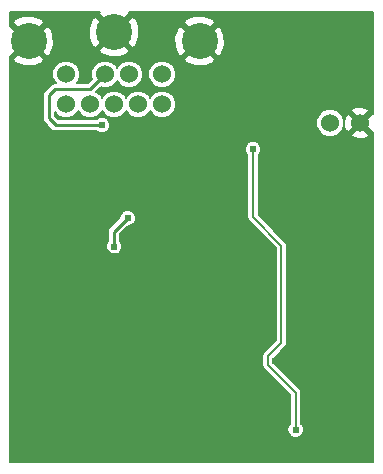
<source format=gbl>
G04 #@! TF.FileFunction,Copper,L2,Bot,Signal*
%FSLAX46Y46*%
G04 Gerber Fmt 4.6, Leading zero omitted, Abs format (unit mm)*
G04 Created by KiCad (PCBNEW 4.0.2+dfsg1-stable) date Tue 07 Aug 2018 11:45:59 AM EDT*
%MOMM*%
G01*
G04 APERTURE LIST*
%ADD10C,0.100000*%
%ADD11C,1.524000*%
%ADD12C,3.048000*%
%ADD13C,0.609600*%
%ADD14C,0.254000*%
%ADD15C,0.177800*%
G04 APERTURE END LIST*
D10*
D11*
X155321000Y-88201500D03*
X152781000Y-88201500D03*
X134493000Y-86614000D03*
X132461000Y-86614000D03*
X130429000Y-86614000D03*
X136525000Y-86614000D03*
X138557000Y-86614000D03*
X138557000Y-84074000D03*
X130429000Y-84074000D03*
X135763000Y-84074000D03*
X133731000Y-84074000D03*
D12*
X134493000Y-80518000D03*
X127254000Y-81280000D03*
X141732000Y-81280000D03*
D13*
X126619000Y-109474000D03*
X137223500Y-99314000D03*
X155384500Y-108331000D03*
X153543000Y-108331000D03*
X151765000Y-108331000D03*
X149860000Y-108331000D03*
X148082000Y-108331000D03*
X145288000Y-93472000D03*
X145288000Y-97980500D03*
X135318500Y-95186500D03*
X155575000Y-94488000D03*
X146558000Y-99060000D03*
X153035000Y-97028000D03*
X148590000Y-97028000D03*
X127254000Y-103124000D03*
X127254000Y-100330000D03*
X131660000Y-99021000D03*
X128524000Y-101727000D03*
X133477000Y-88392000D03*
X134484199Y-98679000D03*
X135636000Y-96266000D03*
X149860000Y-114173000D03*
X146240500Y-90424000D03*
D14*
X154495500Y-108331000D02*
X155384500Y-108331000D01*
X153543000Y-108331000D02*
X154495500Y-108331000D01*
X152654000Y-108331000D02*
X153543000Y-108331000D01*
X152196052Y-108331000D02*
X152654000Y-108331000D01*
X150812500Y-108331000D02*
X151765000Y-108331000D01*
X149860000Y-108331000D02*
X150812500Y-108331000D01*
X131660000Y-99021000D02*
X133923989Y-99021000D01*
X133923989Y-99021000D02*
X134216989Y-99314000D01*
X134216989Y-99314000D02*
X137223500Y-99314000D01*
X151765000Y-108331000D02*
X152196052Y-108331000D01*
X148082000Y-108331000D02*
X149860000Y-108331000D01*
X145288000Y-97980500D02*
X145288000Y-93472000D01*
X153339799Y-96723201D02*
X155575000Y-94488000D01*
X153035000Y-97028000D02*
X153339799Y-96723201D01*
X148590000Y-97028000D02*
X153035000Y-97028000D01*
X128524000Y-101727000D02*
X131230000Y-99021000D01*
X131230000Y-99021000D02*
X131660000Y-99021000D01*
X133477000Y-88392000D02*
X129540000Y-88392000D01*
X129540000Y-88392000D02*
X128968500Y-87820500D01*
X128968500Y-87820500D02*
X128968500Y-85852000D01*
X128968500Y-85852000D02*
X129476500Y-85344000D01*
X129476500Y-85344000D02*
X132461000Y-85344000D01*
X132461000Y-85344000D02*
X133731000Y-84074000D01*
X135636000Y-96266000D02*
X134484199Y-97417801D01*
X134484199Y-97417801D02*
X134484199Y-98679000D01*
D15*
X146240500Y-90424000D02*
X146240500Y-93726000D01*
X146240500Y-93726000D02*
X146240500Y-95186500D01*
X148653500Y-98615500D02*
X146240500Y-96202500D01*
X146240500Y-96202500D02*
X146240500Y-93726000D01*
X148653500Y-106807000D02*
X148653500Y-98615500D01*
X147510499Y-107950001D02*
X148653500Y-106807000D01*
X149860000Y-111061500D02*
X147510499Y-108711999D01*
X147510499Y-108711999D02*
X147510499Y-107950001D01*
X149860000Y-114173000D02*
X149860000Y-111061500D01*
G36*
X133190972Y-78982486D02*
X134493000Y-80284513D01*
X135795028Y-78982486D01*
X135710549Y-78828900D01*
X156375100Y-78828900D01*
X156375100Y-87475226D01*
X156304107Y-87451880D01*
X155554487Y-88201500D01*
X156304107Y-88951120D01*
X156375100Y-88927774D01*
X156375100Y-116878100D01*
X125691900Y-116878100D01*
X125691900Y-98817331D01*
X133785578Y-98817331D01*
X133891695Y-99074151D01*
X134088014Y-99270814D01*
X134344649Y-99377378D01*
X134622530Y-99377621D01*
X134879350Y-99271504D01*
X135076013Y-99075185D01*
X135182577Y-98818550D01*
X135182820Y-98540669D01*
X135076703Y-98283849D01*
X135004899Y-98211919D01*
X135004899Y-97633483D01*
X135673848Y-96964533D01*
X135774331Y-96964621D01*
X136031151Y-96858504D01*
X136227814Y-96662185D01*
X136334378Y-96405550D01*
X136334621Y-96127669D01*
X136228504Y-95870849D01*
X136032185Y-95674186D01*
X135775550Y-95567622D01*
X135497669Y-95567379D01*
X135240849Y-95673496D01*
X135044186Y-95869815D01*
X134937622Y-96126450D01*
X134937533Y-96228086D01*
X134116008Y-97049610D01*
X134003135Y-97218538D01*
X133963498Y-97417801D01*
X133963499Y-97417806D01*
X133963499Y-98211825D01*
X133892385Y-98282815D01*
X133785821Y-98539450D01*
X133785578Y-98817331D01*
X125691900Y-98817331D01*
X125691900Y-90562331D01*
X145541879Y-90562331D01*
X145647996Y-90819151D01*
X145757900Y-90929248D01*
X145757900Y-96202500D01*
X145794636Y-96387183D01*
X145899250Y-96543750D01*
X148170900Y-98815400D01*
X148170900Y-106607101D01*
X147169249Y-107608751D01*
X147064635Y-107765318D01*
X147027899Y-107950001D01*
X147027899Y-108711999D01*
X147064635Y-108896682D01*
X147169249Y-109053249D01*
X149377400Y-111261400D01*
X149377400Y-113667792D01*
X149268186Y-113776815D01*
X149161622Y-114033450D01*
X149161379Y-114311331D01*
X149267496Y-114568151D01*
X149463815Y-114764814D01*
X149720450Y-114871378D01*
X149998331Y-114871621D01*
X150255151Y-114765504D01*
X150451814Y-114569185D01*
X150558378Y-114312550D01*
X150558621Y-114034669D01*
X150452504Y-113777849D01*
X150342600Y-113667752D01*
X150342600Y-111061500D01*
X150305864Y-110876817D01*
X150201250Y-110720250D01*
X147993099Y-108512099D01*
X147993099Y-108149901D01*
X148994747Y-107148252D01*
X148994750Y-107148250D01*
X149099364Y-106991683D01*
X149136101Y-106807000D01*
X149136100Y-106806995D01*
X149136100Y-98615500D01*
X149099364Y-98430817D01*
X148994750Y-98274250D01*
X146723100Y-96002600D01*
X146723100Y-90929208D01*
X146832314Y-90820185D01*
X146938878Y-90563550D01*
X146939121Y-90285669D01*
X146833004Y-90028849D01*
X146636685Y-89832186D01*
X146380050Y-89725622D01*
X146102169Y-89725379D01*
X145845349Y-89831496D01*
X145648686Y-90027815D01*
X145542122Y-90284450D01*
X145541879Y-90562331D01*
X125691900Y-90562331D01*
X125691900Y-85852000D01*
X128447799Y-85852000D01*
X128447800Y-85852005D01*
X128447800Y-87820495D01*
X128447799Y-87820500D01*
X128487436Y-88019763D01*
X128600309Y-88188691D01*
X129171807Y-88760188D01*
X129171809Y-88760191D01*
X129314145Y-88855296D01*
X129340737Y-88873064D01*
X129540000Y-88912701D01*
X129540005Y-88912700D01*
X133009825Y-88912700D01*
X133080815Y-88983814D01*
X133337450Y-89090378D01*
X133615331Y-89090621D01*
X133872151Y-88984504D01*
X134068814Y-88788185D01*
X134175378Y-88531550D01*
X134175466Y-88430374D01*
X151625099Y-88430374D01*
X151800674Y-88855296D01*
X152125494Y-89180684D01*
X152550108Y-89356999D01*
X153009874Y-89357401D01*
X153428065Y-89184607D01*
X154571380Y-89184607D01*
X154645982Y-89411467D01*
X155160399Y-89577683D01*
X155699267Y-89534386D01*
X155996018Y-89411467D01*
X156070620Y-89184607D01*
X155321000Y-88434987D01*
X154571380Y-89184607D01*
X153428065Y-89184607D01*
X153434796Y-89181826D01*
X153760184Y-88857006D01*
X153936499Y-88432392D01*
X153936841Y-88040899D01*
X153944817Y-88040899D01*
X153988114Y-88579767D01*
X154111033Y-88876518D01*
X154337893Y-88951120D01*
X155087513Y-88201500D01*
X154337893Y-87451880D01*
X154111033Y-87526482D01*
X153944817Y-88040899D01*
X153936841Y-88040899D01*
X153936901Y-87972626D01*
X153761326Y-87547704D01*
X153436506Y-87222316D01*
X153427059Y-87218393D01*
X154571380Y-87218393D01*
X155321000Y-87968013D01*
X156070620Y-87218393D01*
X155996018Y-86991533D01*
X155481601Y-86825317D01*
X154942733Y-86868614D01*
X154645982Y-86991533D01*
X154571380Y-87218393D01*
X153427059Y-87218393D01*
X153011892Y-87046001D01*
X152552126Y-87045599D01*
X152127204Y-87221174D01*
X151801816Y-87545994D01*
X151625501Y-87970608D01*
X151625099Y-88430374D01*
X134175466Y-88430374D01*
X134175621Y-88253669D01*
X134069504Y-87996849D01*
X133873185Y-87800186D01*
X133616550Y-87693622D01*
X133338669Y-87693379D01*
X133081849Y-87799496D01*
X133009919Y-87871300D01*
X129755681Y-87871300D01*
X129489200Y-87604818D01*
X129489200Y-87308393D01*
X129773494Y-87593184D01*
X130198108Y-87769499D01*
X130657874Y-87769901D01*
X131082796Y-87594326D01*
X131408184Y-87269506D01*
X131444873Y-87181150D01*
X131480674Y-87267796D01*
X131805494Y-87593184D01*
X132230108Y-87769499D01*
X132689874Y-87769901D01*
X133114796Y-87594326D01*
X133440184Y-87269506D01*
X133476873Y-87181150D01*
X133512674Y-87267796D01*
X133837494Y-87593184D01*
X134262108Y-87769499D01*
X134721874Y-87769901D01*
X135146796Y-87594326D01*
X135472184Y-87269506D01*
X135508873Y-87181150D01*
X135544674Y-87267796D01*
X135869494Y-87593184D01*
X136294108Y-87769499D01*
X136753874Y-87769901D01*
X137178796Y-87594326D01*
X137504184Y-87269506D01*
X137540873Y-87181150D01*
X137576674Y-87267796D01*
X137901494Y-87593184D01*
X138326108Y-87769499D01*
X138785874Y-87769901D01*
X139210796Y-87594326D01*
X139536184Y-87269506D01*
X139712499Y-86844892D01*
X139712901Y-86385126D01*
X139537326Y-85960204D01*
X139212506Y-85634816D01*
X138787892Y-85458501D01*
X138328126Y-85458099D01*
X137903204Y-85633674D01*
X137577816Y-85958494D01*
X137541127Y-86046850D01*
X137505326Y-85960204D01*
X137180506Y-85634816D01*
X136755892Y-85458501D01*
X136296126Y-85458099D01*
X135871204Y-85633674D01*
X135545816Y-85958494D01*
X135509127Y-86046850D01*
X135473326Y-85960204D01*
X135148506Y-85634816D01*
X134723892Y-85458501D01*
X134264126Y-85458099D01*
X133839204Y-85633674D01*
X133513816Y-85958494D01*
X133477127Y-86046850D01*
X133441326Y-85960204D01*
X133116506Y-85634816D01*
X132968163Y-85573219D01*
X133367109Y-85174273D01*
X133500108Y-85229499D01*
X133959874Y-85229901D01*
X134384796Y-85054326D01*
X134710184Y-84729506D01*
X134746873Y-84641150D01*
X134782674Y-84727796D01*
X135107494Y-85053184D01*
X135532108Y-85229499D01*
X135991874Y-85229901D01*
X136416796Y-85054326D01*
X136742184Y-84729506D01*
X136918499Y-84304892D01*
X136918500Y-84302874D01*
X137401099Y-84302874D01*
X137576674Y-84727796D01*
X137901494Y-85053184D01*
X138326108Y-85229499D01*
X138785874Y-85229901D01*
X139210796Y-85054326D01*
X139536184Y-84729506D01*
X139712499Y-84304892D01*
X139712901Y-83845126D01*
X139537326Y-83420204D01*
X139212506Y-83094816D01*
X138787892Y-82918501D01*
X138328126Y-82918099D01*
X137903204Y-83093674D01*
X137577816Y-83418494D01*
X137401501Y-83843108D01*
X137401099Y-84302874D01*
X136918500Y-84302874D01*
X136918901Y-83845126D01*
X136743326Y-83420204D01*
X136418506Y-83094816D01*
X135993892Y-82918501D01*
X135534126Y-82918099D01*
X135109204Y-83093674D01*
X134783816Y-83418494D01*
X134747127Y-83506850D01*
X134711326Y-83420204D01*
X134386506Y-83094816D01*
X133961892Y-82918501D01*
X133502126Y-82918099D01*
X133077204Y-83093674D01*
X132751816Y-83418494D01*
X132575501Y-83843108D01*
X132575099Y-84302874D01*
X132630840Y-84437778D01*
X132245318Y-84823300D01*
X131314226Y-84823300D01*
X131408184Y-84729506D01*
X131584499Y-84304892D01*
X131584901Y-83845126D01*
X131409326Y-83420204D01*
X131084506Y-83094816D01*
X130659892Y-82918501D01*
X130200126Y-82918099D01*
X129775204Y-83093674D01*
X129449816Y-83418494D01*
X129273501Y-83843108D01*
X129273099Y-84302874D01*
X129448674Y-84727796D01*
X129544011Y-84823300D01*
X129476500Y-84823300D01*
X129277237Y-84862936D01*
X129108309Y-84975809D01*
X129108307Y-84975812D01*
X128600309Y-85483809D01*
X128487436Y-85652737D01*
X128447799Y-85852000D01*
X125691900Y-85852000D01*
X125691900Y-82815514D01*
X125951972Y-82815514D01*
X126120222Y-83121397D01*
X126911198Y-83415107D01*
X127754362Y-83383766D01*
X128387778Y-83121397D01*
X128556028Y-82815514D01*
X140429972Y-82815514D01*
X140598222Y-83121397D01*
X141389198Y-83415107D01*
X142232362Y-83383766D01*
X142865778Y-83121397D01*
X143034028Y-82815514D01*
X141732000Y-81513487D01*
X140429972Y-82815514D01*
X128556028Y-82815514D01*
X127254000Y-81513487D01*
X125951972Y-82815514D01*
X125691900Y-82815514D01*
X125691900Y-82567405D01*
X125718486Y-82582028D01*
X127020513Y-81280000D01*
X127487487Y-81280000D01*
X128789514Y-82582028D01*
X129095397Y-82413778D01*
X129229172Y-82053514D01*
X133190972Y-82053514D01*
X133359222Y-82359397D01*
X134150198Y-82653107D01*
X134993362Y-82621766D01*
X135626778Y-82359397D01*
X135795028Y-82053514D01*
X134493000Y-80751487D01*
X133190972Y-82053514D01*
X129229172Y-82053514D01*
X129389107Y-81622802D01*
X129357766Y-80779638D01*
X129107400Y-80175198D01*
X132357893Y-80175198D01*
X132389234Y-81018362D01*
X132651603Y-81651778D01*
X132957486Y-81820028D01*
X134259513Y-80518000D01*
X134726487Y-80518000D01*
X136028514Y-81820028D01*
X136334397Y-81651778D01*
X136599739Y-80937198D01*
X139596893Y-80937198D01*
X139628234Y-81780362D01*
X139890603Y-82413778D01*
X140196486Y-82582028D01*
X141498513Y-81280000D01*
X141965487Y-81280000D01*
X143267514Y-82582028D01*
X143573397Y-82413778D01*
X143867107Y-81622802D01*
X143835766Y-80779638D01*
X143573397Y-80146222D01*
X143267514Y-79977972D01*
X141965487Y-81280000D01*
X141498513Y-81280000D01*
X140196486Y-79977972D01*
X139890603Y-80146222D01*
X139596893Y-80937198D01*
X136599739Y-80937198D01*
X136628107Y-80860802D01*
X136596766Y-80017638D01*
X136483623Y-79744486D01*
X140429972Y-79744486D01*
X141732000Y-81046513D01*
X143034028Y-79744486D01*
X142865778Y-79438603D01*
X142074802Y-79144893D01*
X141231638Y-79176234D01*
X140598222Y-79438603D01*
X140429972Y-79744486D01*
X136483623Y-79744486D01*
X136334397Y-79384222D01*
X136028514Y-79215972D01*
X134726487Y-80518000D01*
X134259513Y-80518000D01*
X132957486Y-79215972D01*
X132651603Y-79384222D01*
X132357893Y-80175198D01*
X129107400Y-80175198D01*
X129095397Y-80146222D01*
X128789514Y-79977972D01*
X127487487Y-81280000D01*
X127020513Y-81280000D01*
X125718486Y-79977972D01*
X125691900Y-79992595D01*
X125691900Y-79744486D01*
X125951972Y-79744486D01*
X127254000Y-81046513D01*
X128556028Y-79744486D01*
X128387778Y-79438603D01*
X127596802Y-79144893D01*
X126753638Y-79176234D01*
X126120222Y-79438603D01*
X125951972Y-79744486D01*
X125691900Y-79744486D01*
X125691900Y-78828900D01*
X133275451Y-78828900D01*
X133190972Y-78982486D01*
X133190972Y-78982486D01*
G37*
X133190972Y-78982486D02*
X134493000Y-80284513D01*
X135795028Y-78982486D01*
X135710549Y-78828900D01*
X156375100Y-78828900D01*
X156375100Y-87475226D01*
X156304107Y-87451880D01*
X155554487Y-88201500D01*
X156304107Y-88951120D01*
X156375100Y-88927774D01*
X156375100Y-116878100D01*
X125691900Y-116878100D01*
X125691900Y-98817331D01*
X133785578Y-98817331D01*
X133891695Y-99074151D01*
X134088014Y-99270814D01*
X134344649Y-99377378D01*
X134622530Y-99377621D01*
X134879350Y-99271504D01*
X135076013Y-99075185D01*
X135182577Y-98818550D01*
X135182820Y-98540669D01*
X135076703Y-98283849D01*
X135004899Y-98211919D01*
X135004899Y-97633483D01*
X135673848Y-96964533D01*
X135774331Y-96964621D01*
X136031151Y-96858504D01*
X136227814Y-96662185D01*
X136334378Y-96405550D01*
X136334621Y-96127669D01*
X136228504Y-95870849D01*
X136032185Y-95674186D01*
X135775550Y-95567622D01*
X135497669Y-95567379D01*
X135240849Y-95673496D01*
X135044186Y-95869815D01*
X134937622Y-96126450D01*
X134937533Y-96228086D01*
X134116008Y-97049610D01*
X134003135Y-97218538D01*
X133963498Y-97417801D01*
X133963499Y-97417806D01*
X133963499Y-98211825D01*
X133892385Y-98282815D01*
X133785821Y-98539450D01*
X133785578Y-98817331D01*
X125691900Y-98817331D01*
X125691900Y-90562331D01*
X145541879Y-90562331D01*
X145647996Y-90819151D01*
X145757900Y-90929248D01*
X145757900Y-96202500D01*
X145794636Y-96387183D01*
X145899250Y-96543750D01*
X148170900Y-98815400D01*
X148170900Y-106607101D01*
X147169249Y-107608751D01*
X147064635Y-107765318D01*
X147027899Y-107950001D01*
X147027899Y-108711999D01*
X147064635Y-108896682D01*
X147169249Y-109053249D01*
X149377400Y-111261400D01*
X149377400Y-113667792D01*
X149268186Y-113776815D01*
X149161622Y-114033450D01*
X149161379Y-114311331D01*
X149267496Y-114568151D01*
X149463815Y-114764814D01*
X149720450Y-114871378D01*
X149998331Y-114871621D01*
X150255151Y-114765504D01*
X150451814Y-114569185D01*
X150558378Y-114312550D01*
X150558621Y-114034669D01*
X150452504Y-113777849D01*
X150342600Y-113667752D01*
X150342600Y-111061500D01*
X150305864Y-110876817D01*
X150201250Y-110720250D01*
X147993099Y-108512099D01*
X147993099Y-108149901D01*
X148994747Y-107148252D01*
X148994750Y-107148250D01*
X149099364Y-106991683D01*
X149136101Y-106807000D01*
X149136100Y-106806995D01*
X149136100Y-98615500D01*
X149099364Y-98430817D01*
X148994750Y-98274250D01*
X146723100Y-96002600D01*
X146723100Y-90929208D01*
X146832314Y-90820185D01*
X146938878Y-90563550D01*
X146939121Y-90285669D01*
X146833004Y-90028849D01*
X146636685Y-89832186D01*
X146380050Y-89725622D01*
X146102169Y-89725379D01*
X145845349Y-89831496D01*
X145648686Y-90027815D01*
X145542122Y-90284450D01*
X145541879Y-90562331D01*
X125691900Y-90562331D01*
X125691900Y-85852000D01*
X128447799Y-85852000D01*
X128447800Y-85852005D01*
X128447800Y-87820495D01*
X128447799Y-87820500D01*
X128487436Y-88019763D01*
X128600309Y-88188691D01*
X129171807Y-88760188D01*
X129171809Y-88760191D01*
X129314145Y-88855296D01*
X129340737Y-88873064D01*
X129540000Y-88912701D01*
X129540005Y-88912700D01*
X133009825Y-88912700D01*
X133080815Y-88983814D01*
X133337450Y-89090378D01*
X133615331Y-89090621D01*
X133872151Y-88984504D01*
X134068814Y-88788185D01*
X134175378Y-88531550D01*
X134175466Y-88430374D01*
X151625099Y-88430374D01*
X151800674Y-88855296D01*
X152125494Y-89180684D01*
X152550108Y-89356999D01*
X153009874Y-89357401D01*
X153428065Y-89184607D01*
X154571380Y-89184607D01*
X154645982Y-89411467D01*
X155160399Y-89577683D01*
X155699267Y-89534386D01*
X155996018Y-89411467D01*
X156070620Y-89184607D01*
X155321000Y-88434987D01*
X154571380Y-89184607D01*
X153428065Y-89184607D01*
X153434796Y-89181826D01*
X153760184Y-88857006D01*
X153936499Y-88432392D01*
X153936841Y-88040899D01*
X153944817Y-88040899D01*
X153988114Y-88579767D01*
X154111033Y-88876518D01*
X154337893Y-88951120D01*
X155087513Y-88201500D01*
X154337893Y-87451880D01*
X154111033Y-87526482D01*
X153944817Y-88040899D01*
X153936841Y-88040899D01*
X153936901Y-87972626D01*
X153761326Y-87547704D01*
X153436506Y-87222316D01*
X153427059Y-87218393D01*
X154571380Y-87218393D01*
X155321000Y-87968013D01*
X156070620Y-87218393D01*
X155996018Y-86991533D01*
X155481601Y-86825317D01*
X154942733Y-86868614D01*
X154645982Y-86991533D01*
X154571380Y-87218393D01*
X153427059Y-87218393D01*
X153011892Y-87046001D01*
X152552126Y-87045599D01*
X152127204Y-87221174D01*
X151801816Y-87545994D01*
X151625501Y-87970608D01*
X151625099Y-88430374D01*
X134175466Y-88430374D01*
X134175621Y-88253669D01*
X134069504Y-87996849D01*
X133873185Y-87800186D01*
X133616550Y-87693622D01*
X133338669Y-87693379D01*
X133081849Y-87799496D01*
X133009919Y-87871300D01*
X129755681Y-87871300D01*
X129489200Y-87604818D01*
X129489200Y-87308393D01*
X129773494Y-87593184D01*
X130198108Y-87769499D01*
X130657874Y-87769901D01*
X131082796Y-87594326D01*
X131408184Y-87269506D01*
X131444873Y-87181150D01*
X131480674Y-87267796D01*
X131805494Y-87593184D01*
X132230108Y-87769499D01*
X132689874Y-87769901D01*
X133114796Y-87594326D01*
X133440184Y-87269506D01*
X133476873Y-87181150D01*
X133512674Y-87267796D01*
X133837494Y-87593184D01*
X134262108Y-87769499D01*
X134721874Y-87769901D01*
X135146796Y-87594326D01*
X135472184Y-87269506D01*
X135508873Y-87181150D01*
X135544674Y-87267796D01*
X135869494Y-87593184D01*
X136294108Y-87769499D01*
X136753874Y-87769901D01*
X137178796Y-87594326D01*
X137504184Y-87269506D01*
X137540873Y-87181150D01*
X137576674Y-87267796D01*
X137901494Y-87593184D01*
X138326108Y-87769499D01*
X138785874Y-87769901D01*
X139210796Y-87594326D01*
X139536184Y-87269506D01*
X139712499Y-86844892D01*
X139712901Y-86385126D01*
X139537326Y-85960204D01*
X139212506Y-85634816D01*
X138787892Y-85458501D01*
X138328126Y-85458099D01*
X137903204Y-85633674D01*
X137577816Y-85958494D01*
X137541127Y-86046850D01*
X137505326Y-85960204D01*
X137180506Y-85634816D01*
X136755892Y-85458501D01*
X136296126Y-85458099D01*
X135871204Y-85633674D01*
X135545816Y-85958494D01*
X135509127Y-86046850D01*
X135473326Y-85960204D01*
X135148506Y-85634816D01*
X134723892Y-85458501D01*
X134264126Y-85458099D01*
X133839204Y-85633674D01*
X133513816Y-85958494D01*
X133477127Y-86046850D01*
X133441326Y-85960204D01*
X133116506Y-85634816D01*
X132968163Y-85573219D01*
X133367109Y-85174273D01*
X133500108Y-85229499D01*
X133959874Y-85229901D01*
X134384796Y-85054326D01*
X134710184Y-84729506D01*
X134746873Y-84641150D01*
X134782674Y-84727796D01*
X135107494Y-85053184D01*
X135532108Y-85229499D01*
X135991874Y-85229901D01*
X136416796Y-85054326D01*
X136742184Y-84729506D01*
X136918499Y-84304892D01*
X136918500Y-84302874D01*
X137401099Y-84302874D01*
X137576674Y-84727796D01*
X137901494Y-85053184D01*
X138326108Y-85229499D01*
X138785874Y-85229901D01*
X139210796Y-85054326D01*
X139536184Y-84729506D01*
X139712499Y-84304892D01*
X139712901Y-83845126D01*
X139537326Y-83420204D01*
X139212506Y-83094816D01*
X138787892Y-82918501D01*
X138328126Y-82918099D01*
X137903204Y-83093674D01*
X137577816Y-83418494D01*
X137401501Y-83843108D01*
X137401099Y-84302874D01*
X136918500Y-84302874D01*
X136918901Y-83845126D01*
X136743326Y-83420204D01*
X136418506Y-83094816D01*
X135993892Y-82918501D01*
X135534126Y-82918099D01*
X135109204Y-83093674D01*
X134783816Y-83418494D01*
X134747127Y-83506850D01*
X134711326Y-83420204D01*
X134386506Y-83094816D01*
X133961892Y-82918501D01*
X133502126Y-82918099D01*
X133077204Y-83093674D01*
X132751816Y-83418494D01*
X132575501Y-83843108D01*
X132575099Y-84302874D01*
X132630840Y-84437778D01*
X132245318Y-84823300D01*
X131314226Y-84823300D01*
X131408184Y-84729506D01*
X131584499Y-84304892D01*
X131584901Y-83845126D01*
X131409326Y-83420204D01*
X131084506Y-83094816D01*
X130659892Y-82918501D01*
X130200126Y-82918099D01*
X129775204Y-83093674D01*
X129449816Y-83418494D01*
X129273501Y-83843108D01*
X129273099Y-84302874D01*
X129448674Y-84727796D01*
X129544011Y-84823300D01*
X129476500Y-84823300D01*
X129277237Y-84862936D01*
X129108309Y-84975809D01*
X129108307Y-84975812D01*
X128600309Y-85483809D01*
X128487436Y-85652737D01*
X128447799Y-85852000D01*
X125691900Y-85852000D01*
X125691900Y-82815514D01*
X125951972Y-82815514D01*
X126120222Y-83121397D01*
X126911198Y-83415107D01*
X127754362Y-83383766D01*
X128387778Y-83121397D01*
X128556028Y-82815514D01*
X140429972Y-82815514D01*
X140598222Y-83121397D01*
X141389198Y-83415107D01*
X142232362Y-83383766D01*
X142865778Y-83121397D01*
X143034028Y-82815514D01*
X141732000Y-81513487D01*
X140429972Y-82815514D01*
X128556028Y-82815514D01*
X127254000Y-81513487D01*
X125951972Y-82815514D01*
X125691900Y-82815514D01*
X125691900Y-82567405D01*
X125718486Y-82582028D01*
X127020513Y-81280000D01*
X127487487Y-81280000D01*
X128789514Y-82582028D01*
X129095397Y-82413778D01*
X129229172Y-82053514D01*
X133190972Y-82053514D01*
X133359222Y-82359397D01*
X134150198Y-82653107D01*
X134993362Y-82621766D01*
X135626778Y-82359397D01*
X135795028Y-82053514D01*
X134493000Y-80751487D01*
X133190972Y-82053514D01*
X129229172Y-82053514D01*
X129389107Y-81622802D01*
X129357766Y-80779638D01*
X129107400Y-80175198D01*
X132357893Y-80175198D01*
X132389234Y-81018362D01*
X132651603Y-81651778D01*
X132957486Y-81820028D01*
X134259513Y-80518000D01*
X134726487Y-80518000D01*
X136028514Y-81820028D01*
X136334397Y-81651778D01*
X136599739Y-80937198D01*
X139596893Y-80937198D01*
X139628234Y-81780362D01*
X139890603Y-82413778D01*
X140196486Y-82582028D01*
X141498513Y-81280000D01*
X141965487Y-81280000D01*
X143267514Y-82582028D01*
X143573397Y-82413778D01*
X143867107Y-81622802D01*
X143835766Y-80779638D01*
X143573397Y-80146222D01*
X143267514Y-79977972D01*
X141965487Y-81280000D01*
X141498513Y-81280000D01*
X140196486Y-79977972D01*
X139890603Y-80146222D01*
X139596893Y-80937198D01*
X136599739Y-80937198D01*
X136628107Y-80860802D01*
X136596766Y-80017638D01*
X136483623Y-79744486D01*
X140429972Y-79744486D01*
X141732000Y-81046513D01*
X143034028Y-79744486D01*
X142865778Y-79438603D01*
X142074802Y-79144893D01*
X141231638Y-79176234D01*
X140598222Y-79438603D01*
X140429972Y-79744486D01*
X136483623Y-79744486D01*
X136334397Y-79384222D01*
X136028514Y-79215972D01*
X134726487Y-80518000D01*
X134259513Y-80518000D01*
X132957486Y-79215972D01*
X132651603Y-79384222D01*
X132357893Y-80175198D01*
X129107400Y-80175198D01*
X129095397Y-80146222D01*
X128789514Y-79977972D01*
X127487487Y-81280000D01*
X127020513Y-81280000D01*
X125718486Y-79977972D01*
X125691900Y-79992595D01*
X125691900Y-79744486D01*
X125951972Y-79744486D01*
X127254000Y-81046513D01*
X128556028Y-79744486D01*
X128387778Y-79438603D01*
X127596802Y-79144893D01*
X126753638Y-79176234D01*
X126120222Y-79438603D01*
X125951972Y-79744486D01*
X125691900Y-79744486D01*
X125691900Y-78828900D01*
X133275451Y-78828900D01*
X133190972Y-78982486D01*
M02*

</source>
